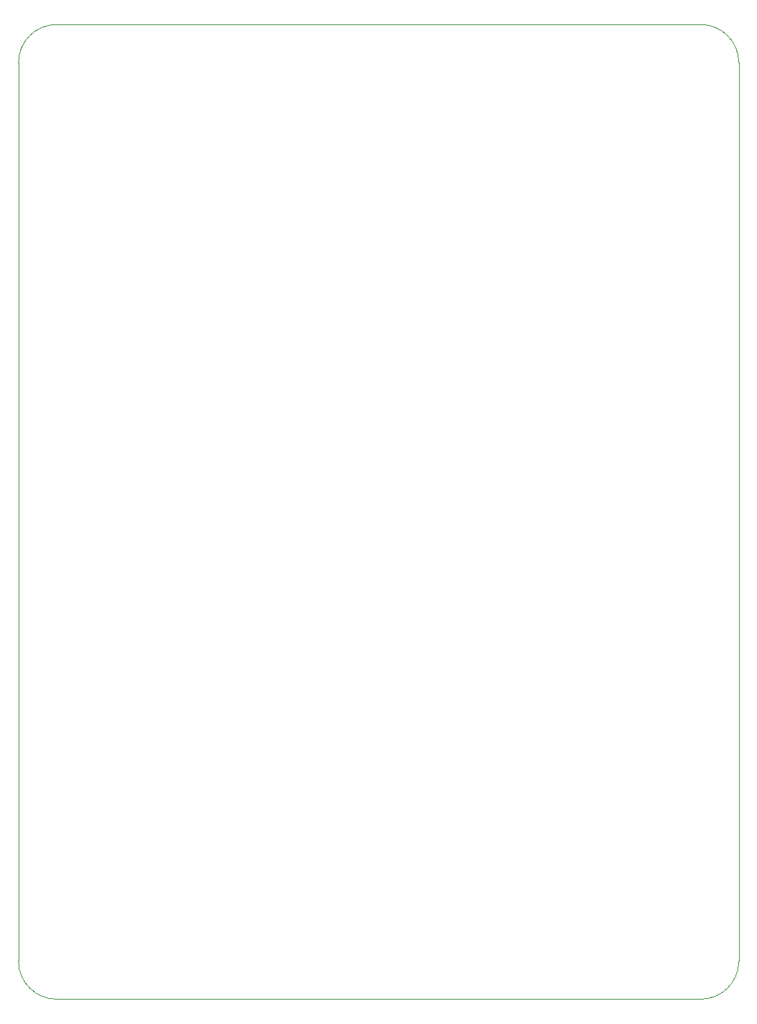
<source format=gbr>
%TF.GenerationSoftware,KiCad,Pcbnew,(6.0.5)*%
%TF.CreationDate,2022-06-28T11:16:48+05:30*%
%TF.ProjectId,MecCam_pro,4d656343-616d-45f7-9072-6f2e6b696361,rev?*%
%TF.SameCoordinates,Original*%
%TF.FileFunction,Profile,NP*%
%FSLAX46Y46*%
G04 Gerber Fmt 4.6, Leading zero omitted, Abs format (unit mm)*
G04 Created by KiCad (PCBNEW (6.0.5)) date 2022-06-28 11:16:48*
%MOMM*%
%LPD*%
G01*
G04 APERTURE LIST*
%TA.AperFunction,Profile*%
%ADD10C,0.100000*%
%TD*%
G04 APERTURE END LIST*
D10*
X62000000Y-157499999D02*
X138000000Y-157499999D01*
X142500000Y-47000000D02*
G75*
G03*
X138000000Y-42500000I-4500000J0D01*
G01*
X138000000Y-42500000D02*
X62000000Y-42500000D01*
X138000000Y-157500000D02*
G75*
G03*
X142500000Y-152999999I0J4500000D01*
G01*
X57500001Y-152999999D02*
G75*
G03*
X62000000Y-157499999I4499999J-1D01*
G01*
X62000000Y-42500000D02*
G75*
G03*
X57500000Y-47000000I0J-4500000D01*
G01*
X142500000Y-152999999D02*
X142500000Y-47000000D01*
X57500000Y-47000000D02*
X57500000Y-152999999D01*
M02*

</source>
